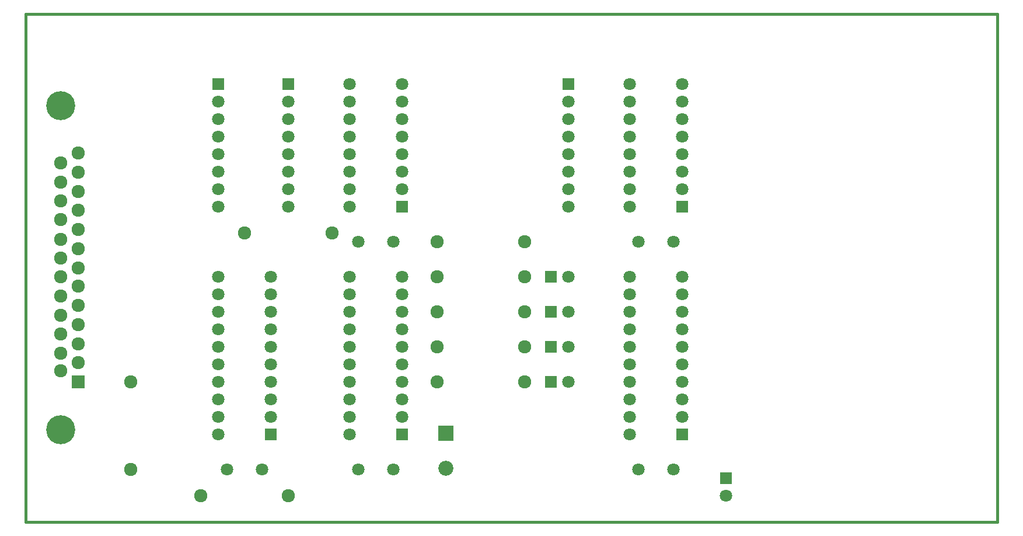
<source format=gbr>
G04 #@! TF.FileFunction,Soldermask,Top*
%FSLAX46Y46*%
G04 Gerber Fmt 4.6, Leading zero omitted, Abs format (unit mm)*
G04 Created by KiCad (PCBNEW 4.0.5+dfsg1-4+deb9u1) date Mon Sep 26 08:33:48 2022*
%MOMM*%
%LPD*%
G01*
G04 APERTURE LIST*
%ADD10C,0.100000*%
%ADD11C,0.381000*%
%ADD12R,1.797000X1.797000*%
%ADD13C,1.797000*%
%ADD14C,1.924000*%
%ADD15C,4.210000*%
%ADD16R,1.924000X1.924000*%
%ADD17R,2.178000X2.178000*%
%ADD18C,2.178000*%
G04 APERTURE END LIST*
D10*
D11*
X237490000Y-63500000D02*
X194310000Y-63500000D01*
X237490000Y-137160000D02*
X237490000Y-63500000D01*
X196850000Y-137160000D02*
X237490000Y-137160000D01*
X96520000Y-137160000D02*
X196850000Y-137160000D01*
X96520000Y-63500000D02*
X96520000Y-137160000D01*
X194310000Y-63500000D02*
X96520000Y-63500000D01*
D12*
X198120000Y-130810000D03*
D13*
X198120000Y-133350000D03*
D12*
X175260000Y-73660000D03*
D13*
X175260000Y-76200000D03*
X175260000Y-78740000D03*
X175260000Y-81280000D03*
X175260000Y-83820000D03*
X175260000Y-86360000D03*
X175260000Y-88900000D03*
X175260000Y-91440000D03*
D12*
X134620000Y-73660000D03*
D13*
X134620000Y-76200000D03*
X134620000Y-78740000D03*
X134620000Y-81280000D03*
X134620000Y-83820000D03*
X134620000Y-86360000D03*
X134620000Y-88900000D03*
X134620000Y-91440000D03*
D12*
X124460000Y-73660000D03*
D13*
X124460000Y-76200000D03*
X124460000Y-78740000D03*
X124460000Y-81280000D03*
X124460000Y-83820000D03*
X124460000Y-86360000D03*
X124460000Y-88900000D03*
X124460000Y-91440000D03*
D12*
X172720000Y-101600000D03*
D13*
X175260000Y-101600000D03*
D12*
X172720000Y-106680000D03*
D13*
X175260000Y-106680000D03*
D12*
X172720000Y-111760000D03*
D13*
X175260000Y-111760000D03*
D12*
X172720000Y-116840000D03*
D13*
X175260000Y-116840000D03*
D14*
X156210000Y-96520000D03*
X168910000Y-96520000D03*
X121920000Y-133350000D03*
X134620000Y-133350000D03*
X111760000Y-129540000D03*
X111760000Y-116840000D03*
X156210000Y-101600000D03*
X168910000Y-101600000D03*
X156210000Y-106680000D03*
X168910000Y-106680000D03*
X156210000Y-116840000D03*
X168910000Y-116840000D03*
X156210000Y-111760000D03*
X168910000Y-111760000D03*
X140970000Y-95250000D03*
X128270000Y-95250000D03*
D15*
X101600000Y-76835000D03*
X101600000Y-123825000D03*
D16*
X104140000Y-116840000D03*
D14*
X104140000Y-114046000D03*
X104140000Y-111379000D03*
X104140000Y-108585000D03*
X104140000Y-105791000D03*
X104140000Y-102997000D03*
X104140000Y-100330000D03*
X104140000Y-97536000D03*
X104140000Y-94742000D03*
X104140000Y-91948000D03*
X104140000Y-89281000D03*
X104140000Y-86487000D03*
X104140000Y-83693000D03*
X101600000Y-115265200D03*
X101600000Y-112725200D03*
X101600000Y-109931200D03*
X101600000Y-107188000D03*
X101600000Y-104444800D03*
X101600000Y-101650800D03*
X101600000Y-98907600D03*
X101600000Y-96164400D03*
X101600000Y-93319600D03*
X101600000Y-90627200D03*
X101600000Y-87884000D03*
X101600000Y-85090000D03*
D17*
X157480000Y-124333000D03*
D18*
X157480000Y-129413000D03*
D13*
X185420000Y-129540000D03*
X190500000Y-129540000D03*
X144780000Y-129540000D03*
X149860000Y-129540000D03*
X144780000Y-96520000D03*
X149860000Y-96520000D03*
X125730000Y-129540000D03*
X130810000Y-129540000D03*
X185420000Y-96520000D03*
X190500000Y-96520000D03*
D12*
X151130000Y-124460000D03*
D13*
X151130000Y-121920000D03*
X151130000Y-119380000D03*
X151130000Y-116840000D03*
X151130000Y-114300000D03*
X151130000Y-111760000D03*
X151130000Y-109220000D03*
X151130000Y-106680000D03*
X151130000Y-104140000D03*
X151130000Y-101600000D03*
X143510000Y-101600000D03*
X143510000Y-104140000D03*
X143510000Y-106680000D03*
X143510000Y-109220000D03*
X143510000Y-111760000D03*
X143510000Y-114300000D03*
X143510000Y-116840000D03*
X143510000Y-119380000D03*
X143510000Y-121920000D03*
X143510000Y-124460000D03*
D12*
X132080000Y-124460000D03*
D13*
X132080000Y-121920000D03*
X132080000Y-119380000D03*
X132080000Y-116840000D03*
X132080000Y-114300000D03*
X132080000Y-111760000D03*
X132080000Y-109220000D03*
X132080000Y-106680000D03*
X132080000Y-104140000D03*
X132080000Y-101600000D03*
X124460000Y-101600000D03*
X124460000Y-104140000D03*
X124460000Y-106680000D03*
X124460000Y-109220000D03*
X124460000Y-111760000D03*
X124460000Y-114300000D03*
X124460000Y-116840000D03*
X124460000Y-119380000D03*
X124460000Y-121920000D03*
X124460000Y-124460000D03*
D12*
X191770000Y-124460000D03*
D13*
X191770000Y-121920000D03*
X191770000Y-119380000D03*
X191770000Y-116840000D03*
X191770000Y-114300000D03*
X191770000Y-111760000D03*
X191770000Y-109220000D03*
X191770000Y-106680000D03*
X191770000Y-104140000D03*
X191770000Y-101600000D03*
X184150000Y-101600000D03*
X184150000Y-104140000D03*
X184150000Y-106680000D03*
X184150000Y-109220000D03*
X184150000Y-111760000D03*
X184150000Y-114300000D03*
X184150000Y-116840000D03*
X184150000Y-119380000D03*
X184150000Y-121920000D03*
X184150000Y-124460000D03*
D12*
X191770000Y-91440000D03*
D13*
X191770000Y-88900000D03*
X191770000Y-86360000D03*
X191770000Y-83820000D03*
X191770000Y-81280000D03*
X191770000Y-78740000D03*
X191770000Y-76200000D03*
X191770000Y-73660000D03*
X184150000Y-73660000D03*
X184150000Y-76200000D03*
X184150000Y-78740000D03*
X184150000Y-81280000D03*
X184150000Y-83820000D03*
X184150000Y-86360000D03*
X184150000Y-88900000D03*
X184150000Y-91440000D03*
D12*
X151130000Y-91440000D03*
D13*
X151130000Y-88900000D03*
X151130000Y-86360000D03*
X151130000Y-83820000D03*
X151130000Y-81280000D03*
X151130000Y-78740000D03*
X151130000Y-76200000D03*
X151130000Y-73660000D03*
X143510000Y-73660000D03*
X143510000Y-76200000D03*
X143510000Y-78740000D03*
X143510000Y-81280000D03*
X143510000Y-83820000D03*
X143510000Y-86360000D03*
X143510000Y-88900000D03*
X143510000Y-91440000D03*
M02*

</source>
